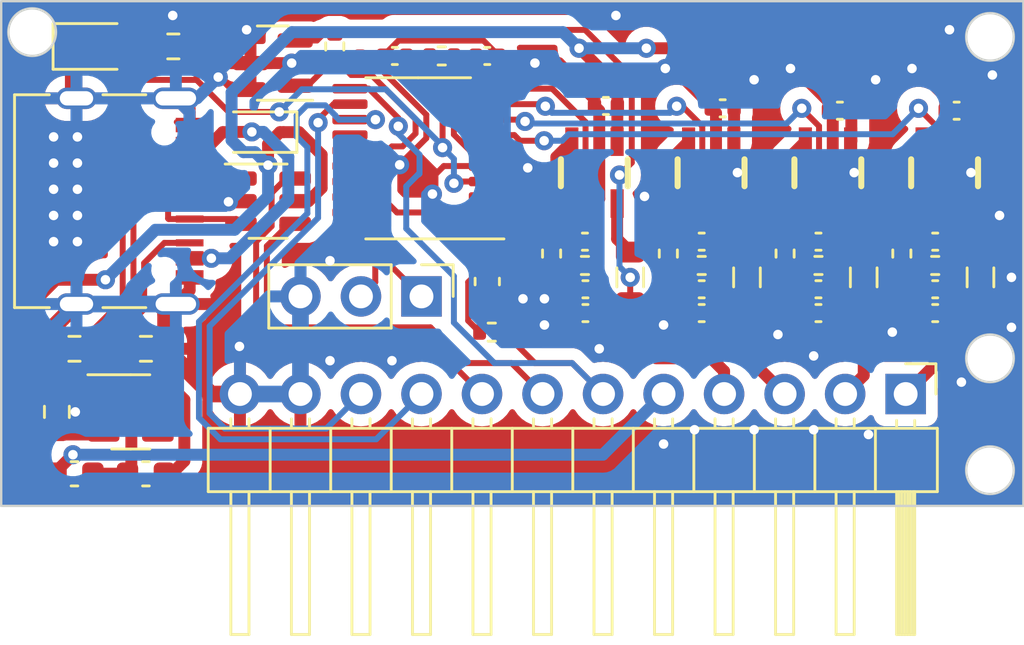
<source format=kicad_pcb>
(kicad_pcb (version 20221018) (generator pcbnew)
  (layers (0 "F.Cu" signal) (31 "B.Cu" signal) (34 "B.Paste" user) (35 "F.Paste" user) (36 "B.SilkS" user "B.Silkscreen") (37 "F.SilkS" user "F.Silkscreen") (38 "B.Mask" user) (39 "F.Mask" user) (44 "Edge.Cuts" user))
  (net 0 "")
  (net 1 "+5V")
  (net 2 "GND")
  (net 3 "+1V1")
  (net 4 "Net-(U1-FB)")
  (net 5 "+3V3")
  (net 6 "Net-(U2-FB)")
  (net 7 "+1V8")
  (net 8 "+1.5V")
  (net 9 "Net-(U4-FB)")
  (net 10 "VCC")
  (net 11 "Net-(D1-A)")
  (net 12 "Net-(D2-A)")
  (net 13 "SYS_EN")
  (net 14 "USB_DP")
  (net 15 "USB_DM")
  (net 16 "PWRONRSTn")
  (net 17 "WARMRSTn")
  (net 18 "Net-(U1-LX)")
  (net 19 "Net-(U2-LX)")
  (net 20 "Net-(U4-LX)")
  (net 21 "Net-(J1-CC1)")
  (net 22 "Net-(J1-CC2)")
  (net 23 "Net-(U6-CE)")
  (net 24 "MCP130")
  (net 25 "1V1_EN")
  (net 26 "3V3_EN")
  (net 27 "1V8_EN")
  (net 28 "1V5_EN")
  (net 29 "/USB_RAW_DM")
  (net 30 "/USB_RAW_DP")
  (net 32 "SWDIO")
  (net 33 "SWCLK")
  (net 36 "Net-(U5-FB)")
  (net 37 "Net-(U8-NRST)")
  (net 38 "Net-(U5-LX)")
  (footprint "Resistor_SMD:R_0603_1608Metric" (layer "F.Cu") (at 145.775 138.3 180)
    (fp_text reference "R2" hide)
    (fp_text value "5.1k" hide)
  )
  (footprint "Capacitor_SMD:C_0402_1005Metric" (layer "F.Cu") (at 167.22 135.8 180)
    (fp_text reference "C16" hide)
    (fp_text value "22uF" hide)
  )
  (footprint "Capacitor_SMD:C_0402_1005Metric" (layer "F.Cu") (at 177 136.8 180)
    (fp_text reference "C17" hide)
    (fp_text value "22uF" hide)
  )
  (footprint "Capacitor_SMD:C_0402_1005Metric" (layer "F.Cu") (at 172.98 128.2 180)
    (fp_text reference "C3" hide)
    (fp_text value "22uF" hide)
  )
  (footprint "Capacitor_SMD:C_0402_1005Metric" (layer "F.Cu") (at 181.9 135.8 180)
    (fp_text reference "C6" hide)
    (fp_text value "22uF" hide)
  )
  (footprint "Capacitor_SMD:C_0402_1005Metric" (layer "F.Cu") (at 181.9 136.8 180)
    (fp_text reference "C8" hide)
    (fp_text value "22uF" hide)
  )
  (footprint "Resistor_SMD:R_0402_1005Metric" (layer "F.Cu") (at 175.6 134.3 90)
    (fp_text reference "R11" hide)
    (fp_text value "3.3k" hide)
  )
  (footprint "Capacitor_SMD:C_0603_1608Metric" (layer "F.Cu") (at 163.1 135.475 90)
    (fp_text reference "C22" hide)
    (fp_text value "4.7uF" hide)
  )
  (footprint "Capacitor_SMD:C_0402_1005Metric" (layer "F.Cu") (at 177 133.8 180)
    (fp_text reference "C12" hide)
    (fp_text value "22pF" hide)
  )
  (footprint "Capacitor_SMD:C_0402_1005Metric" (layer "F.Cu") (at 168.08 128.1 180)
    (fp_text reference "C11" hide)
    (fp_text value "22uF" hide)
  )
  (footprint "Capacitor_SMD:C_0402_1005Metric" (layer "F.Cu") (at 182.8 128.3 180)
    (fp_text reference "C2" hide)
    (fp_text value "22uF" hide)
  )
  (footprint "Inductor_SMD:L_0805_2012Metric" (layer "F.Cu") (at 183.8 135.3 -90)
    (fp_text reference "L1" hide)
    (fp_text value "2.2uH" hide)
  )
  (footprint "Capacitor_SMD:C_0402_1005Metric" (layer "F.Cu") (at 177 135.8 180)
    (fp_text reference "C15" hide)
    (fp_text value "22uF" hide)
  )
  (footprint "Inductor_SMD:L_0805_2012Metric" (layer "F.Cu") (at 169.1 135.3 -90)
    (fp_text reference "L4" hide)
    (fp_text value "2.2uH" hide)
  )
  (footprint "OLIMEX_IC-FP:SOT-23-5" (layer "F.Cu") (at 182.3 130.9 -90)
    (fp_text reference "U1" hide)
    (fp_text value "SY8009AAAC(SOT23-5)" hide)
  )
  (footprint "Resistor_SMD:R_0402_1005Metric" (layer "F.Cu") (at 172.1 134.8 180)
    (fp_text reference "R6" hide)
    (fp_text value "2k" hide)
  )
  (footprint "Resistor_SMD:R_0402_1005Metric" (layer "F.Cu") (at 161.19 126 180)
    (fp_text reference "R16" hide)
    (fp_text value "10k" hide)
  )
  (footprint "Capacitor_SMD:C_0402_1005Metric" (layer "F.Cu") (at 167.2 133.8 180)
    (fp_text reference "C13" hide)
    (fp_text value "22pF" hide)
  )
  (footprint "Resistor_SMD:R_0603_1608Metric" (layer "F.Cu") (at 145.0375 140.95 90)
    (fp_text reference "R14" hide)
    (fp_text value "100k" hide)
  )
  (footprint "Resistor_SMD:R_0603_1608Metric" (layer "F.Cu") (at 149.925 125.6)
    (fp_text reference "R15" hide)
    (fp_text value "1k" hide)
  )
  (footprint "Resistor_SMD:R_0402_1005Metric" (layer "F.Cu") (at 177 134.8 180)
    (fp_text reference "R10" hide)
    (fp_text value "4.99k" hide)
  )
  (footprint "Connector_PinHeader_2.54mm:PinHeader_1x03_P2.54mm_Vertical" (layer "F.Cu") (at 160.34 136.1 -90)
    (fp_text reference "J3" hide)
    (fp_text value "SWD" hide)
  )
  (footprint "Inductor_SMD:L_0805_2012Metric" (layer "F.Cu") (at 178.9 135.3 -90)
    (fp_text reference "L3" hide)
    (fp_text value "2.2uH" hide)
  )
  (footprint "Resistor_SMD:R_0402_1005Metric" (layer "F.Cu") (at 180.5 134.3 90)
    (fp_text reference "R5" hide)
    (fp_text value "1.2k" hide)
  )
  (footprint "Resistor_SMD:R_0402_1005Metric" (layer "F.Cu") (at 181.9 134.8 180)
    (fp_text reference "R4" hide)
    (fp_text value "1k" hide)
  )
  (footprint "Capacitor_SMD:C_0402_1005Metric" (layer "F.Cu") (at 172.1 135.8 180)
    (fp_text reference "C9" hide)
    (fp_text value "22uF" hide)
  )
  (footprint "Resistor_SMD:R_0402_1005Metric" (layer "F.Cu") (at 167.2 134.8 180)
    (fp_text reference "R12" hide)
    (fp_text value "4.99k" hide)
  )
  (footprint "OLIMEX_IC-FP:SOT-23-5" (layer "F.Cu") (at 172.5 130.9 -90)
    (fp_text reference "U2" hide)
    (fp_text value "SY8009AAAC(SOT23-5)" hide)
  )
  (footprint "Capacitor_SMD:C_0402_1005Metric" (layer "F.Cu") (at 167.22 136.8 180)
    (fp_text reference "C18" hide)
    (fp_text value "22uF" hide)
  )
  (footprint "Resistor_SMD:R_0402_1005Metric" (layer "F.Cu") (at 156.7 125.6 90)
    (fp_text reference "R17" hide)
    (fp_text value "10k" hide)
  )
  (footprint "Resistor_SMD:R_0402_1005Metric" (layer "F.Cu") (at 163.29 137.6 180)
    (fp_text reference "R18" hide)
    (fp_text value "10k" hide)
  )
  (footprint "Capacitor_SMD:C_0603_1608Metric" (layer "F.Cu") (at 148.775 143.55 180)
    (fp_text reference "C19" hide)
    (fp_text value "10uF" hide)
  )
  (footprint "Connector_USB:USB_C_Receptacle_Palconn_UTC16-G" (layer "F.Cu") (at 148.1 132.1 -90)
    (fp_text reference "J1" hide)
    (fp_text value "USB_C_Receptacle_USB2.0" hide)
  )
  (footprint "Package_TO_SOT_SMD:SOT-23" (layer "F.Cu") (at 154.1 126.3 180)
    (fp_text reference "U7" hide)
    (fp_text value "MCP130-300LITT" hide)
  )
  (footprint "Capacitor_SMD:C_0402_1005Metric" (layer "F.Cu") (at 177.9 128.3 180)
    (fp_text reference "C10" hide)
    (fp_text value "22uF" hide)
  )
  (footprint "Diode_SMD:D_SOD-323" (layer "F.Cu") (at 153.5 129.2 180)
    (fp_text reference "D1" hide)
    (fp_text value "1N5819WS" hide)
  )
  (footprint "Capacitor_SMD:C_0402_1005Metric" (layer "F.Cu") (at 172.1 133.8 180)
    (fp_text reference "C5" hide)
    (fp_text value "22pF" hide)
  )
  (footprint "Package_SO:TSSOP-20_4.4x6.5mm_P0.65mm" (layer "F.Cu") (at 160.2 130.3 180)
    (fp_text reference "U8" hide)
    (fp_text value "STM32G030F6Px" hide)
  )
  (footprint "Connector_PinHeader_2.54mm:PinHeader_1x12_P2.54mm_Horizontal" (layer "F.Cu") (at 180.66 140.2 -90)
    (fp_text reference "J2" hide)
    (fp_text value "MPU" hide)
  )
  (footprint "Resistor_SMD:R_0402_1005Metric" (layer "F.Cu") (at 165.8 134.3 90)
    (fp_text reference "R13" hide)
    (fp_text value "1.1k" hide)
  )
  (footprint "Capacitor_SMD:C_0603_1608Metric" (layer "F.Cu") (at 145.775 143.55)
    (fp_text reference "C14" hide)
    (fp_text value "10uF" hide)
  )
  (footprint "Inductor_SMD:L_0805_2012Metric" (layer "F.Cu") (at 174 135.3 -90)
    (fp_text reference "L2" hide)
    (fp_text value "2.2uH" hide)
  )
  (footprint "Capacitor_SMD:C_0402_1005Metric" (layer "F.Cu") (at 159.22 126 180)
    (fp_text reference "C21" hide)
    (fp_text value "100nF" hide)
  )
  (footprint "Package_TO_SOT_SMD:SOT-23-5" (layer "F.Cu") (at 148.1375 140.95)
    (fp_text reference "U6" hide)
    (fp_text value "XC6220B331MR" hide)
  )
  (footprint "Capacitor_SMD:C_0402_1005Metric" (layer "F.Cu") (at 163.1 126)
    (fp_text reference "C20" hide)
    (fp_text value "100nF" hide)
  )
  (footprint "Capacitor_SMD:C_0402_1005Metric" (layer "F.Cu") (at 172.1 136.8 180)
    (fp_text reference "C7" hide)
    (fp_text value "22uF" hide)
  )
  (footprint "Resistor_SMD:R_0603_1608Metric" (layer "F.Cu") (at 148.775 138.3)
    (fp_text reference "R3" hide)
    (fp_text value "5.1k" hide)
  )
  (footprint "Package_TO_SOT_SMD:SOT-23-6" (layer "F.Cu") (at 153.9 132.1)
    (fp_text reference "U3" hide)
    (fp_text value "USBLC6-2SC6" hide)
  )
  (footprint "OLIMEX_IC-FP:SOT-23-5" (layer "F.Cu") (at 167.6 130.9 -90)
    (fp_text reference "U5" hide)
    (fp_text value "SY8009AAAC(SOT23-5)" hide)
  )
  (footprint "Resistor_SMD:R_0402_1005Metric" (layer "F.Cu") (at 170.7 134.3 90)
    (fp_text reference "R7" hide)
    (fp_text value "1k" hide)
  )
  (footprint "OLIMEX_IC-FP:SOT-23-5" (layer "F.Cu") (at 177.4 130.9 -90)
    (fp_text reference "U4" hide)
    (fp_text value "SY8009AAAC(SOT23-5)" hide)
  )
  (footprint "Capacitor_SMD:C_0402_1005Metric" (layer "F.Cu") (at 181.9 133.8 180)
    (fp_text reference "C4" hide)
    (fp_text value "22pF" hide)
  )
  (footprint "LED_SMD:LED_0805_2012Metric" (layer "F.Cu") (at 146.5625 125.6)
    (fp_text reference "D2" hide)
    (fp_text value "LED/G" hide)
  )
  (gr_circle (center 184.2 125.2) (end 185.2 125.2) (stroke (width 0.1)) (fill none) (layer "Edge.Cuts"))
  (gr_circle (center 184.2 138.7) (end 185.2 138.7) (stroke (width 0.1)) (fill none) (layer "Edge.Cuts"))
  (gr_circle (center 144 125) (end 145 125) (stroke (width 0.1)) (fill none) (layer "Edge.Cuts"))
  (gr_rect (start 142.7 123.7) (end 185.6 144.9) (stroke (width 0.1)) (fill none) (layer "Edge.Cuts"))
  (gr_circle (center 184.2 143.4) (end 185.2 143.4) (stroke (width 0.1)) (fill none) (layer "Edge.Cuts"))
  (segment (start 183.28 129.57) (end 183.25 129.6) (width 0.5) (layer "F.Cu") (net 1))
  (segment (start 144.1 136.3) (end 144.1 139.1875) (width 0.5) (layer "F.Cu") (net 1))
  (segment (start 144.1125 141.05) (end 144.1125 142.6625) (width 0.5) (layer "F.Cu") (net 1))
  (segment (start 144.1 139.1875) (end 145.0375 140.125) (width 0.5) (layer "F.Cu") (net 1))
  (segment (start 178.38 128.3) (end 178.38 129.57) (width 0.5) (layer "F.Cu") (net 1))
  (segment (start 147.0755 135.4) (end 145 135.4) (width 0.5) (layer "F.Cu") (net 1))
  (segment (start 145.1625 140) (end 145.0375 140.125) (width 0.5) (layer "F.Cu") (net 1))
  (segment (start 181.277049 125.677049) (end 183.28 127.68) (width 0.5) (layer "F.Cu") (net 1))
  (segment (start 155.2 129.2) (end 156.15 130.15) (width 0.5) (layer "F.Cu") (net 1))
  (segment (start 173.46 128.015614) (end 173.46 128.2) (width 0.5) (layer "F.Cu") (net 1))
  (segment (start 155.598528 132.1) (end 155.0375 132.1) (width 0.5) (layer "F.Cu") (net 1))
  (segment (start 166.952451 125.677049) (end 166.977049 125.677049) (width 0.5) (layer "F.Cu") (net 1))
  (segment (start 169.777049 125.677049) (end 171.121435 125.677049) (width 0.5) (layer "F.Cu") (net 1))
  (segment (start 176.177049 125.677049) (end 181.277049 125.677049) (width 0.5) (layer "F.Cu") (net 1))
  (segment (start 144.1125 142.6625) (end 145 143.55) (width 0.5) (layer "F.Cu") (net 1))
  (segment (start 154.4 129.2) (end 154.55 129.2) (width 0.5) (layer "F.Cu") (net 1))
  (segment (start 156.15 130.15) (end 156.15 131.548528) (width 0.5) (layer "F.Cu") (net 1))
  (segment (start 153.900268 129.699732) (end 154.4 129.2) (width 0.5) (layer "F.Cu") (net 1))
  (segment (start 173.46 129.59) (end 173.45 129.6) (width 0.5) (layer "F.Cu") (net 1))
  (segment (start 168.56 128.1) (end 168.56 129.59) (width 0.5) (layer "F.Cu") (net 1))
  (segment (start 183.28 127.68) (end 183.28 128.3) (width 0.5) (layer "F.Cu") (net 1))
  (segment (start 176.177049 125.677049) (end 178.38 127.88) (width 0.5) (layer "F.Cu") (net 1))
  (segment (start 178.38 127.88) (end 178.38 128.3) (width 0.5) (layer "F.Cu") (net 1))
  (segment (start 156.15 131.548528) (end 155.598528 132.1) (width 0.5) (layer "F.Cu") (net 1))
  (segment (start 168.56 127.26) (end 168.56 128.1) (width 0.5) (layer "F.Cu") (net 1))
  (segment (start 173.46 128.2) (end 173.46 129.59) (width 0.5) (layer "F.Cu") (net 1))
  (segment (start 153.900268 130.586732) (end 153.900268 129.699732) (width 0.5) (layer "F.Cu") (net 1))
  (segment (start 168.56 129.59) (end 168.55 129.6) (width 0.5) (layer "F.Cu") (net 1))
  (segment (start 183.28 128.3) (end 183.28 129.57) (width 0.5) (layer "F.Cu") (net 1))
  (segment (start 145 143.46066) (end 145.711546 142.749114) (width 0.5) (layer "F.Cu") (net 1))
  (segment (start 166.977049 125.677049) (end 168.56 127.26) (width 0.5) (layer "F.Cu") (net 1))
  (segment (start 147 140) (end 145.1625 140) (width 0.5) (layer "F.Cu") (net 1))
  (segment (start 178.38 129.57) (end 178.35 129.6) (width 0.5) (layer "F.Cu") (net 1))
  (segment (start 145.0375 140.125) (end 144.1125 141.05) (width 0.5) (layer "F.Cu") (net 1))
  (segment (start 171.444386 126) (end 173.46 128.015614) (width 0.5) (layer "F.Cu") (net 1))
  (segment (start 171.121435 125.677049) (end 176.177049 125.677049) (width 0.5) (layer "F.Cu") (net 1))
  (segment (start 145 143.55) (end 145 143.46066) (width 0.5) (layer "F.Cu") (net 1))
  (segment (start 154.55 129.2) (end 155.2 129.2) (width 0.5) (layer "F.Cu") (net 1))
  (segment (start 171.121435 125.677049) (end 171.444386 126) (width 0.5) (layer "F.Cu") (net 1))
  (segment (start 145 135.4) (end 144.1 136.3) (width 0.5) (layer "F.Cu") (net 1))
  (via (at 153.900268 130.586732) (size 0.8) (drill 0.4) (layers "F.Cu" "B.Cu") (net 1))
  (via (at 145.711546 142.749114) (size 0.8) (drill 0.4) (layers "F.Cu" "B.Cu") (net 1))
  (via (at 147.0755 135.4) (size 0.8) (drill 0.4) (layers "F.Cu" "B.Cu") (net 1))
  (via (at 169.777049 125.677049) (size 0.8) (drill 0.4) (layers "F.Cu" "B.Cu") (net 1))
  (via (at 166.952451 125.677049) (size 0.8) (drill 0.4) (layers "F.Cu" "B.Cu") (net 1))
  (segment (start 154.9 125) (end 152.370285 127.529715) (width 0.5) (layer "B.Cu") (net 1))
  (segment (start 149.1755 133.3) (end 152.5 133.3) (width 0.5) (layer "B.Cu") (net 1))
  (segment (start 152.370285 127.529715) (end 152.370285 129.542624) (width 0.5) (layer "B.Cu") (net 1))
  (segment (start 169.777049 125.677049) (end 166.952451 125.677049) (width 0.5) (layer "B.Cu") (net 1))
  (segment (start 152.5 133.3) (end 153.900268 131.899732) (width 0.5) (layer "B.Cu") (net 1))
  (segment (start 166.952451 125.677049) (end 166.275402 125) (width 0.5) (layer "B.Cu") (net 1))
  (segment (start 167.950886 142.749114) (end 170.5 140.2) (width 0.5) (layer "B.Cu") (net 1))
  (segment (start 147.0755 135.4) (end 149.1755 133.3) (width 0.5) (layer "B.Cu") (net 1))
  (segment (start 166.275402 125) (end 154.9 125) (width 0.5) (layer "B.Cu") (net 1))
  (segment (start 152.868203 130.040542) (end 153.354078 130.040542) (width 0.5) (layer "B.Cu") (net 1))
  (segment (start 153.900268 131.899732) (end 153.900268 130.586732) (width 0.5) (layer "B.Cu") (net 1))
  (segment (start 145.711546 142.749114) (end 167.950886 142.749114) (width 0.5) (layer "B.Cu") (net 1))
  (segment (start 153.354078 130.040542) (end 153.900268 130.586732) (width 0.5) (layer "B.Cu") (net 1))
  (segment (start 152.370285 129.542624) (end 152.868203 130.040542) (width 0.5) (layer "B.Cu") (net 1))
  (segment (start 169.7 131.9) (end 169.8 131.8) (width 0.5) (layer "F.Cu") (net 2))
  (segment (start 161.275 130.625) (end 160.8 131.1) (width 0.25) (layer "F.Cu") (net 2))
  (segment (start 152 126.3) (end 154.891442 126.3) (width 0.5) (layer "F.Cu") (net 2))
  (segment (start 176.037942 126.527892) (end 177.42 127.90995) (width 0.5) (layer "F.Cu") (net 2))
  (segment (start 174.6 132.86995) (end 174.6 127.754408) (width 0.5) (layer "F.Cu") (net 2))
  (segment (start 169.8 132) (end 169.7 131.9) (width 0.5) (layer "F.Cu") (net 2))
  (segment (start 165 134.3) (end 164.6 134.7) (width 0.25) (layer "F.Cu") (net 2))
  (segment (start 163.0625 130.625) (end 164.725 130.625) (width 0.25) (layer "F.Cu") (net 2))
  (segment (start 180.926516 126.527892) (end 181.137942 126.527892) (width 0.5) (layer "F.Cu") (net 2))
  (segment (start 175.3 137.1) (end 175.6 136.8) (width 0.5) (layer "F.Cu") (net 2))
  (segment (start 152.265 132.1) (end 152.2395 132.1255) (width 0.5) (layer "F.Cu") (net 2))
  (segment (start 177.6 128.48) (end 177.6 132) (width 0.5) (layer "F.Cu") (net 2))
  (segment (start 182.32 128.3) (end 182.5 128.48) (width 0.5) (layer "F.Cu") (net 2))
  (segment (start 166.1 126.3) (end 167.6 127.8) (width 0.5) (layer "F.Cu") (net 2))
  (segment (start 165.1 132.89) (end 165 132.99) (width 0.25) (layer "F.Cu") (net 2))
  (segment (start 145.625 125.6) (end 145.625 127.545) (width 0.5) (layer "F.Cu") (net 2))
  (segment (start 165 133.6) (end 165.19 133.79) (width 0.3) (layer "F.Cu") (net 2))
  (segment (start 162.942609 125.355) (end 159.377391 125.355) (width 0.25) (layer "F.Cu") (net 2))
  (segment (start 182.5 132) (end 182.3 132.2) (width 0.5) (layer "F.Cu") (net 2))
  (segment (start 171.62 135.8) (end 171.62 136.8) (width 0.5) (layer "F.Cu") (net 2))
  (segment (start 148 143.55) (end 146.55 143.55) (width 0.5) (layer "F.Cu") (net 2))
  (segment (start 151.809619 126.490381) (end 152 126.3) (width 0.5) (layer "F.Cu") (net 2))
  (segment (start 148.1625 143.3875) (end 148 143.55) (width 0.5) (layer "F.Cu") (net 2))
  (segment (start 148.1625 141.501472) (end 148.1625 143.3875) (width 0.5) (layer "F.Cu") (net 2))
  (segment (start 170.928631 126.526549) (end 172.5 128.097918) (width 0.5) (layer "F.Cu") (net 2))
  (segment (start 166.74 135.8) (end 166.74 136.8) (width 0.5) (layer "F.Cu") (net 2))
  (segment (start 182.5 128.48) (end 182.5 132) (width 0.5) (layer "F.Cu") (net 2))
  (segment (start 165.1 126.3) (end 166.1 126.3) (width 0.5) (layer "F.Cu") (net 2))
  (segment (start 180.1 137.3) (end 180.6 136.8) (width 0.5) (layer "F.Cu") (net 2))
  (segment (start 176.52 135.8) (end 176.52 136.8) (width 0.5) (layer "F.Cu") (net 2))
  (segment (start 165.75 136.8) (end 166.74 136.8) (width 0.5) (layer "F.Cu") (net 2))
  (segment (start 145.625 127.545) (end 145.86 127.78) (width 0.5) (layer "F.Cu") (net 2))
  (segment (start 163.58 126) (end 163.58 125.992391) (width 0.25) (layer "F.Cu") (net 2))
  (segment (start 144.95 138.3) (end 144.95 137.33) (width 0.7) (layer "F.Cu") (net 2))
  (segment (start 150.61 128.36) (end 150.03 127.78) (width 0.5) (layer "F.Cu") (net 2))
  (segment (start 175.6 136.8) (end 176.52 136.8) (width 0.5) (layer "F.Cu") (net 2))
  (segment (start 175.52005 133.79) (end 174.6 132.86995) (width 0.5) (layer "F.Cu") (net 2))
  (segment (start 177.42 128.3) (end 177.6 128.48) (width 0.5) (layer "F.Cu") (net 2))
  (segment (start 170.7 133.79) (end 169.8 132.89) (width 0.5) (layer "F.Cu") (net 2))
  (segment (start 160.8 131.1) (end 160.8 131.8) (width 0.25) (layer "F.Cu") (net 2))
  (segment (start 150.61 135.84) (end 150.03 136.42) (width 0.5) (layer "F.Cu") (net 2))
  (segment (start 180.6 136.8) (end 181.42 136.8) (width 0.5) (layer "F.Cu") (net 2))
  (segment (start 172.7 132) (end 172.5 132.2) (width 0.5) (layer "F.Cu") (net 2))
  (segment (start 149.6 138.3) (end 151.5 140.2) (width 0.7) (layer "F.Cu") (net 2))
  (segment (start 165.1 131) (end 165.1 132.89) (width 0.25) (layer "F.Cu") (net 2))
  (segment (start 151.5 140.2) (end 152.72 140.2) (width 0.7) (layer "F.Cu") (net 2))
  (segment (start 158.74 125.992391) (end 158.74 126) (width 0.25) (layer "F.Cu") (net 2))
  (segment (start 165.19 133.79) (end 165.8 133.79) (width 0.3) (layer "F.Cu") (net 2))
  (segment (start 167.6 127.8) (end 167.6 128.1) (width 0.5) (layer "F.Cu") (net 2))
  (segment (start 172.5 128.2) (end 172.7 128.4) (width 0.5) (layer "F.Cu") (net 2))
  (segment (start 159.377391 125.355) (end 158.74 125.992391) (width 0.25) (layer "F.Cu") (net 2))
  (segment (start 149.6 138.3) (end 149.6 136.85) (width 0.7) (layer "F.Cu") (net 2))
  (segment (start 163.0625 130.625) (end 161.275 130.625) (width 0.25) (layer "F.Cu") (net 2))
  (segment (start 182.32 127.70995) (end 182.32 128.3) (width 0.5) (layer "F.Cu") (net 2))
  (segment (start 150.61 135.3) (end 150.61 135.84) (width 0.5) (layer "F.Cu") (net 2))
  (segment (start 164.4 136.25) (end 163.1 136.25) (width 0.25) (layer "F.Cu") (net 2))
  (segment (start 170.273451 126.526549) (end 170.573824 126.526549) (width 0.5) (layer "F.Cu") (net 2))
  (segment (start 174.6 127.754408) (end 175.826516 126.527892) (width 0.5) (layer "F.Cu") (net 2))
  (segment (start 170.5 137.3) (end 171 136.8) (width 0.5) (layer "F.Cu") (net 2))
  (segment (start 181.137942 126.527892) (end 182.32 127.70995) (width 0.5) (layer "F.Cu") (net 2))
  (segment (start 171 136.8) (end 171.62 136.8) (width 0.5) (layer "F.Cu") (net 2))
  (segment (start 164.8 130.7) (end 165 130.9) (width 0.3) (layer "F.Cu") (net 2))
  (segment (start 160.8 131.8) (end 160.8 130.9) (width 0.5) (layer "F.Cu") (net 2))
  (segment (start 179.7 132.99) (end 179.7 127.754408) (width 0.5) (layer "F.Cu") (net 2))
  (segment (start 150.61 128.9) (end 150.61 128.36) (width 0.5) (layer "F.Cu") (net 2))
  (segment (start 145.811039 140.95) (end 145.810901 140.950138) (width 0.5) (layer "F.Cu") (net 2))
  (segment (start 169.8 127) (end 170.273451 126.526549) (width 0.5) (layer "F.Cu") (net 2))
  (segment (start 160.541202 129.455484) (end 160.541202 128.46841) (width 0.25) (layer "F.Cu") (net 2))
  (segment (start 165 130.9) (end 165 132.99) (width 0.3) (layer "F.Cu") (net 2))
  (segment (start 177.6 132) (end 177.4 132.2) (width 0.5) (layer "F.Cu") (net 2))
  (segment (start 169.8 132.89) (end 169.8 132) (width 0.5) (layer "F.Cu") (net 2))
  (segment (start 163.58 125.992391) (end 162.942609 125.355) (width 0.25) (layer "F.Cu") (net 2))
  (segment (start 180.5 133.79) (end 179.7 132.99) (width 0.5) (layer "F.Cu") (net 2))
  (segment (start 165 132.99) (end 165 133.6) (width 0.3) (layer "F.Cu") (net 2))
  (segment (start 158.74 126.667208) (end 158.74 126) (width 0.25) (layer "F.Cu") (net 2))
  (segment (start 165 132.99) (end 165 134.3) (width 0.25) (layer "F.Cu") (net 2))
  (segment (start 160.8 130.9) (end 160.029542 130.129542) (width 0.5) (layer "F.Cu") (net 2))
  (segment (start 159.4245 130.572186) (end 160.541202 129.455484) (width 0.25) (layer "F.Cu") (net 2))
  (segment (start 165.5 136.2) (end 165.5 136.55) (width 0.5) (layer "F.Cu") (net 2))
  (segment (start 180.1 137.6) (end 180.1 137.3) (width 0.5) (layer "F.Cu") (net 2))
  (segment (start 181.42 135.8) (end 181.42 136.8) (width 0.5) (layer "F.Cu") (net 2))
  (segment (start 164.6 134.7) (end 164.6 136.2) (width 0.25) (layer "F.Cu") (net 2))
  (segment (start 167.8 132) (end 167.6 132.2) (width 0.5) (layer "F.Cu") (net 2))
  (segment (start 177.42 127.90995) (end 177.42 128.3) (width 0.5) (layer "F.Cu") (net 2))
  (segment (start 152.7625 132.1) (end 152.265 132.1) (width 0.5) (layer "F.Cu") (net 2))
  (segment (start 175.3 137.7) (end 175.3 137.1) (width 0.5) (layer "F.Cu") (net 2))
  (segment (start 164.6 136.2) (end 164.4 136.25) (width 0.25) (layer "F.Cu") (net 2))
  (segment (start 165.5 136.55) (end 165.75 136.8) (width 0.5) (layer "F.Cu") (net 2))
  (segment (start 170.573824 126.526549) (end 170.928631 126.526549) (width 0.5) (layer "F.Cu") (net 2))
  (segment (start 172.5 128.097918) (end 172.5 128.2) (width 0.5) (layer "F.Cu") (net 2))
  (segment (start 179.7 127.754408) (end 180.926516 126.527892) (width 0.5) (layer "F.Cu") (net 2))
  (segment (start 147 140.95) (end 145.811039 140.95) (width 0.5) (layer "F.Cu") (net 2))
  (segment (start 160.541202 128.46841) (end 158.74 126.667208) (width 0.25) (layer "F.Cu") (net 2))
  (segment (start 175.826516 126.527892) (end 176.037942 126.527892) (width 0.5) (layer "F.Cu") (net 2))
  (segment (start 169.8 131.8) (end 169.8 127) (width 0.5) (layer "F.Cu") (net 2))
  (segment (start 147.611028 140.95) (end 148.1625 141.501472) (width 0.5) (layer "F.Cu") (net 2))
  (segment (start 175.6 133.79) (end 175.52005 133.79) (width 0.5) (layer "F.Cu") (net 2))
  (segment (start 167.8 128.3) (end 167.8 132) (width 0.5) (layer "F.Cu") (net 2))
  (segment (start 159.586898 130.572186) (end 159.4245 130.572186) (width 0.5) (layer "F.Cu") (net 2))
  (segment (start 160.029542 130.129542) (end 159.586898 130.572186) (width 0.5) (layer "F.Cu") (net 2))
  (segment (start 164.725 130.625) (end 165.1 131) (width 0.25) (layer "F.Cu") (net 2))
  (segment (start 151.809619 126.889005) (end 151.809619 126.490381) (width 0.5) (layer "F.Cu") (net 2))
  (segment (start 149.6 136.85) (end 150.03 136.42) (width 0.7) (layer "F.Cu") (net 2))
  (segment (start 147 140.95) (end 147.611028 140.95) (width 0.5) (layer "F.Cu") (net 2))
  (segment (start 172.7 128.4) (end 172.7 132) (width 0.5) (layer "F.Cu") (net 2))
  (segment (start 144.95 137.33) (end 145.86 136.42) (width 0.7) (layer "F.Cu") (net 2))
  (segment (start 167.6 128.1) (end 167.8 128.3) (width 0.5) (layer "F.Cu") (net 2))
  (via (at 185.1 135.3) (size 0.8) (drill 0.4) (layers "F.Cu" "B.Cu") (net 2))
  (via (at 145.9 131.6) (size 0.8) (drill 0.4) (layers "F.Cu" "B.Cu") (net 2))
  (via (at 184.3 126.8) (size 0.8) (drill 0.4) (layers "F.Cu" "B.Cu") (net 2))
  (via (at 170.5 142.3) (size 0.8) (drill 0.4) (layers "F.Cu" "B.Cu") (net 2))
  (via (at 144.9 130.5) (size 0.8) (drill 0.4) (layers "F.Cu" "B.Cu") (net 2))
  (via (at 151.809619 126.889005) (size 0.8) (drill 0.4) (layers "F.Cu" "B.Cu") (net 2))
  (via (at 176.8 138.6) (size 0.8) (drill 0.4) (layers "F.Cu" "B.Cu") (net 2))
  (via (at 169.7 131.9) (size 0.8) (drill 0.4) (layers "F.Cu" "B.Cu") (net 2))
  (via (at 145.9 133.8) (size 0.8) (drill 0.4) (layers "F.Cu" "B.Cu") (net 2))
  (via (at 170.5 137.3) (size 0.8) (drill 0.4) (layers "F.Cu" "B.Cu") (net 2))
  (via (at 145.9 130.5) (size 0.8) (drill 0.4) (layers "F.Cu" "B.Cu") (net 2))
  (via (at 179.1 141.9) (size 0.8) (drill 0.4) (layers "F.Cu" "B.Cu") (net 2))
  (via (at 145.9 129.4) (size 0.8) (drill 0.4) (layers "F.Cu" "B.Cu") (net 2))
  (via (at 180.926516 126.527892) (size 0.8) (drill 0.4) (layers "F.Cu" "B.Cu") (net 2))
  (via (at 178.5 130.9) (size 0.8) (drill 0.4) (layers "F.Cu" "B.Cu") (net 2))
  (via (at 183 139.7) (size 0.8) (drill 0.4) (layers "F.Cu" "B.Cu") (net 2))
  (via (at 176.8 141.7) (size 0.8) (drill 0.4) (layers "F.Cu" "B.Cu") (net 2))
  (via (at 174.3 141.7) (size 0.8) (drill 0.4) (layers "F.Cu" "B.Cu") (net 2))
  (via (at 184.6 132.7) (size 0.8) (drill 0.4) (layers "F.Cu" "B.Cu") (net 2))
  (via (at 152.7 138.2) (size 0.8) (drill 0.4) (layers "F.Cu" "B.Cu") (net 2))
  (via (at 175.3 137.7) (size 0.8) (drill 0.4) (layers "F.Cu" "B.Cu") (net 2))
  (via (at 179.4 127) (size 0.8) (drill 0.4) (layers "F.Cu" "B.Cu") (net 2))
  (via (at 167.8 138.3) (size 0.8) (drill 0.4) (layers "F.Cu" "B.Cu") (net 2))
  (via (at 183.4 130.9) (size 0.8) (drill 0.4) (layers "F.Cu" "B.Cu") (net 2))
  (via (at 173.6 130.9) (size 0.8) (drill 0.4) (layers "F.Cu" "B.Cu") (net 2))
  (via (at 165.1 126.3) (size 0.8) (drill 0.4) (layers "F.Cu" "B.Cu") (net 2))
  (via (at 149.9 124.3) (size 0.8) (drill 0.4) (layers "F.Cu" "B.Cu") (net 2))
  (via (at 159.4245 130.572186) (size 0.8) (drill 0.4) (layers "F.Cu" "B.Cu") (net 2))
  (via (at 180.1 137.6) (size 0.8) (drill 0.4) (layers "F.Cu" "B.Cu") (net 2))
  (via (at 156.5 138.8) (size 0.8) (drill 0.4) (layers "F.Cu" "B.Cu") (net 2))
  (via (at 182.5 124.9) (size 0.8) (drill 0.4) (layers "F.Cu" "B.Cu") (net 2))
  (via (at 153 124.9) (size 0.8) (drill 0.4) (layers "F.Cu" "B.Cu") (net 2))
  (via (at 144.9 131.6) (size 0.8) (drill 0.4) (layers "F.Cu" "B.Cu") (net 2))
  (via (at 185.1 137.4) (size 0.8) (drill 0.4) (layers "F.Cu" "B.Cu") (net 2))
  (via (at 145.810901 140.950138) (size 0.8) (drill 0.4) (layers "F.Cu" "B.Cu") (net 2))
  (via (at 145.9 132.7) (size 0.8) (drill 0.4) (layers "F.Cu" "B.Cu") (net 2))
  (via (at 152.2395 132.1255) (size 0.8) (drill 0.4) (layers "F.Cu" "B.Cu") (net 2))
  (via (at 144.9 133.8) (size 0.8) (drill 0.4) (layers "F.Cu" "B.Cu") (net 2))
  (via (at 165.5 137.3) (size 0.8) (drill 0.4) (layers "F.Cu" "B.Cu") (net 2))
  (via (at 144.9 132.7) (size 0.8) (drill 0.4) (layers "F.Cu" "B.Cu") (net 2))
  (via (at 168.5 124.3) (size 0.8) (drill 0.4) (layers "F.Cu" "B.Cu") (net 2))
  (via (at 170.573824 126.526549) (size 0.8) (drill 0.4) (layers "F.Cu" "B.Cu") (net 2))
  (via (at 144.9 129.4) (size 0.8) (drill 0.4) (layers "F.Cu" "B.Cu") (net 2))
  (via (at 159.1 138.8) (size 0.8) (drill 0.4) (layers "F.Cu" "B.Cu") (net 2))
  (via (at 164.8 130.7) (size 0.8) (drill 0.4) (layers "F.Cu" "B.Cu") (net 2))
  (via (at 156.5 134.6) (size 0.8) (drill 0.4) (layers "F.Cu" "B.Cu") (net 2))
  (via (at 160.8 131.8) (size 0.8) (drill 0.4) (layers "F.Cu" "B.Cu") (net 2))
  (via (at 164.6 136.2) (size 0.8) (drill 0.4) (layers "F.Cu" "B.Cu") (net 2))
  (via (at 175.826516 126.527892) (size 0.8) (drill 0.4) (layers "F.Cu" "B.Cu") (net 2))
  (via (at 154.891442 126.3) (size 0.8) (drill 0.4) (layers "F.Cu" "B.Cu") (net 2))
  (via (at 171.8 141.7) (size 0.8) (drill 0.4) (layers "F.Cu" "B.Cu") (net 2))
  (via (at 165.5 136.2) (size 0.8) (drill 0.4) (layers "F.Cu" "B.Cu") (net 2))
  (via (at 174.3 127) (size 0.8) (drill 0.4) (layers "F.Cu" "B.Cu") (net 2))
  (segment (start 152.1255 132.1255) (end 150.6 130.6) (width 0.5) (layer "B.Cu") (net 2))
  (segment (start 152.2395 132.1255) (end 152.1255 132.1255) (width 0.5) (layer "B.Cu") (net 2))
  (segment (start 145.86 130.46) (end 145.9 130.5) (width 0.5) (layer "B.Cu") (net 2))
  (segment (start 150.6 130.6) (end 150.6 128.35) (width 0.5) (layer "B.Cu") (net 2))
  (segment (start 163.936601 129.836601) (end 163.936601 127.463399) (width 0.3) (layer "B.Cu") (net 2))
  (segment (start 180.1 137.6) (end 180 137.7) (width 0.5) (layer "B.Cu") (net 2))
  (segment (start 168.4 137.7) (end 170.1 137.7) (width 0.5) (layer "B.Cu") (net 2))
  (segment (start 151.809619 126.889005) (end 150.918624 127.78) (width 0.5) (layer "B.Cu") (net 2))
  (segment (start 165.1 126.3) (end 154.891442 126.3) (width 0.5) (layer "B.Cu") (net 2))
  (segment (start 180.454408 127) (end 179.4 127) (width 0.5) (layer "B.Cu") (net 2))
  (segment (start 173.826549 126.526549) (end 170.573824 126.526549) (width 0.5) (layer "B.Cu") (net 2))
  (segment (start 175.826516 126.527892) (end 175.354408 127) (width 0.5) (layer "B.Cu") (net 2))
  (segment (start 145 137.28) (end 145 140.139237) (width 0.5) (layer "B.Cu") (net 2))
  (segment (start 155.26 140.2) (end 152.72 140.2) (width 0.7) (layer "B.Cu") (net 2))
  (segment (start 150.918624 127.78) (end 150.03 127.78) (width 0.5) (layer "B.Cu") (net 2))
  (segment (start 165.5 137.3) (end 163.3 137.3) (width 0.5) (layer "B.Cu") (net 2))
  (segment (start 157.1 131.7) (end 157.1 132.9) (width 0.5) (layer "B.Cu") (net 2))
  (segment (start 145.9 130.5) (end 145.86 130.54) (width 0.5) (layer "B.Cu") (net 2))
  (segment (start 150.6 128.35) (end 150.03 127.78) (width 0.5) (layer "B.Cu") (net 2))
  (segment (start 145.86 133.84) (end 145.86 136.42) (width 0.5) (layer "B.Cu") (net 2))
  (segment (start 145.86 132.74) (end 145.86 133.76) (width 0.5) (layer "B.Cu") (net 2))
  (segment (start 145.9 131.6) (end 145.86 131.64) (width 0.5) (layer "B.Cu") (net 2))
  (segment (start 167.2 137.7) (end 167.8 138.3) (width 0.5) (layer "B.Cu") (net 2))
  (segment (start 145.86 136.42) (end 150.03 136.42) (width 0.7) (layer "B.Cu") (net 2))
  (segment (start 145.86 130.54) (end 145.86 131.56) (width 0.5) (layer "B.Cu") (net 2))
  (segment (start 145.9 129.4) (end 145.86 129.44) (width 0.5) (layer "B.Cu") (net 2))
  (segment (start 166.026549 126.526549) (end 165.8 126.3) (width 0.5) (layer "B.Cu") (net 2))
  (segment (start 145.86 133.76) (end 145.9 133.8) (width 0.5) (layer "B.Cu") (net 2))
  (segment (start 170.573824 126.526549) (end 166.026549 126.526549) (width 0.5) (layer "B.Cu") (net 2))
  (segment (start 145.86 131.64) (end 145.86 132.66) (width 0.5) (layer "B.Cu") (net 2))
  (segment (start 145.86 132.66) (end 145.9 132.7) (width 0.5) (layer "B.Cu") (net 2))
  (segment (start 145.86 129.44) (end 145.86 130.46) (width 0.5) (layer "B.Cu") (net 2))
  (segment (start 155.26 136.1) (end 155.26 140.2) (width 0.7) (layer "B.Cu") (net 2))
  (segment (start 165.5 137.3) (end 165.9 137.7) (width 0.5) (layer "B.Cu") (net 2))
  (segment (start 170.1 137.7) (end 170.5 137.3) (width 0.5) (layer "B.Cu") (net 2))
  (segment (start 165.9 137.7) (end 167.2 137.7) (width 0.5) (layer "B.Cu") (net 2))
  (segment (start 170.9 137.7) (end 170.5 137.3) (width 0.5) (layer "B.Cu") (net 2))
  (segment (start 165.8 126.3) (end 165.1 126.3) (width 0.5) (layer "B.Cu") (net 2))
  (segment (start 160.8 132.8) (end 160.8 131.8) (width 0.5) (layer "B.Cu") (net 2))
  (segment (start 180.926516 126.527892) (end 180.454408 127) (width 0.5) (layer "B.Cu") (net 2))
  (segment (start 145.86 136.42) (end 145 137.28) (width 0.5) (layer "B.Cu") (net 2))
  (segment (start 167.8 138.3) (end 168.4 137.7) (width 0.5) (layer "B.Cu") (net 2))
  (segment (start 174.3 127) (end 173.826549 126.526549) (width 0.5) (layer "B.Cu") (net 2))
  (segment (start 155.26 134.74) (end 155.26 136.1) (width 0.5) (layer "B.Cu") (net 2))
  (segment (start 145.86 127.78) (end 150.03 127.78) (width 0.5) (layer "B.Cu") (net 2))
  (segment (start 164.8 130.7) (end 163.936601 129.836601) (width 0.3) (layer "B.Cu") (net 2))
  (segment (start 162.8 136.8) (end 162.8 134.8) (width 0.5) (layer "B.Cu") (net 2))
  (segment (start 145.9 133.8) (end 145.86 133.84) (width 0.5) (layer "B.Cu") (net 2))
  (segment (start 178.927892 126.527892) (end 175.826516 126.527892) (width 0.5) (layer "B.Cu") (net 2))
  (segment (start 159.4245 130.572186) (end 158.227814 130.572186) (width 0.5) (layer "B.Cu") (net 2))
  (segment (start 158.227814 130.572186) (end 157.1 131.7) (width 0.5) (layer "B.Cu") (net 2))
  (segment (start 145.86 131.56) (end 145.9 131.6) (width 0.5) (layer "B.Cu") (net 2))
  (segment (start 163.3 137.3) (end 162.8 136.8) (width 0.5) (layer "B.Cu") (net 2))
  (segment (start 179.4 127) (end 178.927892 126.527892) (width 0.5) (layer "B.Cu") (net 2))
  (segment (start 145.86 129.36) (end 145.9 129.4) (width 0.5) (layer "B.Cu") (net 2))
  (segment (start 162.8 134.8) (end 160.8 132.8) (width 0.5) (layer "B.Cu") (net 2))
  (segment (start 175.3 137.7) (end 170.9 137.7) (width 0.5) (layer "B.Cu") (net 2))
  (segment (start 180 137.7) (end 175.3 137.7) (width 0.5) (layer "B.Cu") (net 2))
  (segment (start 145.9 132.7) (end 145.86 132.74) (width 0.5) (layer "B.Cu") (net 2))
  (segment (start 175.354408 127) (end 174.3 127) (width 0.5) (layer "B.Cu") (net 2))
  (segment (start 145 140.139237) (end 145.810901 140.950138) (width 0.5) (layer "B.Cu") (net 2))
  (segment (start 145.86 127.78) (end 145.86 129.36) (width 0.5) (layer "B.Cu") (net 2))
  (segment (start 163.936601 127.463399) (end 165.1 126.3) (width 0.3) (layer "B.Cu") (net 2))
  (segment (start 157.1 132.9) (end 155.26 134.74) (width 0.5) (layer "B.Cu") (net 2))
  (segment (start 182.41 135.77) (end 182.38 135.8) (width 0.5) (layer "F.Cu") (net 3))
  (segment (start 183.3625 136.8) (end 183.8 136.3625) (width 0.5) (layer "F.Cu") (net 3))
  (segment (start 182.38 134.77) (end 182.41 134.8) (width 0.5) (layer "F.Cu") (net 3))
  (segment (start 182.41 134.8) (end 182.41 135.77) (width 0.5) (layer "F.Cu") (net 3))
  (segment (start 182.38 133.8) (end 182.38 134.77) (width 0.5) (layer "F.Cu") (net 3))
  (segment (start 182.38 136.8) (end 183.3625 136.8) (width 0.5) (layer "F.Cu") (net 3))
  (segment (start 182.38 136.8) (end 182.38 138.48) (width 0.5) (layer "F.Cu") (net 3))
  (segment (start 182.38 138.48) (end 180.66 140.2) (width 0.5) (layer "F.Cu") (net 3))
  (segment (start 182.38 135.8) (end 182.38 136.8) (width 0.5) (layer "F.Cu") (net 3))
  (segment (start 181.38 134.81) (end 181.39 134.8) (width 0.5) (layer "F.Cu") (net 4))
  (segment (start 181.42 133.562685) (end 180.927315 133.07) (width 0.5) (layer "F.Cu") (net 4))
  (segment (start 181.42 133.8) (end 181.42 134.77) (width 0.5) (layer "F.Cu") (net 4))
  (segment (start 180.927315 133.07) (end 180.7742 133.07) (width 0.5) (layer "F.Cu") (net 4))
  (segment (start 181.42 133.8) (end 181.42 133.562685) (width 0.5) (layer "F.Cu") (net 4))
  (segment (start 180.7742 133.07) (end 180.7742 130.1758) (width 0.5) (layer "F.Cu") (net 4))
  (segment (start 180.5 134.81) (end 181.38 134.81) (width 0.5) (layer "F.Cu") (net 4))
  (segment (start 180.7742 130.1758) (end 181.35 129.6) (width 0.5) (layer "F.Cu") (net 4))
  (segment (start 181.42 134.77) (end 181.39 134.8) (width 0.5) (layer "F.Cu") (net 4))
  (segment (start 156.71 125.1) (end 156.7 125.09) (width 0.25) (layer "F.Cu") (net 5))
  (segment (start 169.1 136.3625) (end 169.1 137.6) (width 0.5) (layer "F.Cu") (net 5))
  (segment (start 169.165 126.864293) (end 167.205707 124.905) (width 0.25) (layer "F.Cu") (net 5))
  (segment (start 159.190995 124.905) (end 158.995995 125.1) (width 0.25) (layer "F.Cu") (net 5))
  (segment (start 155.95 125.35) (end 156.21 125.09) (width 0.25) (layer "F.Cu") (net 5))
  (segment (start 168.6495 131) (end 169.165 130.4845) (width 0.25) (layer "F.Cu") (net 5))
  (segment (start 158.995995 125.1) (end 156.71 125.1) (width 0.25) (layer "F.Cu") (net 5))
  (segment (start 167.205707 124.905) (end 159.190995 124.905) (width 0.25) (layer "F.Cu") (net 5))
  (segment (start 170.2 138.7) (end 172.5 138.7) (width 0.5) (layer "F.Cu") (net 5))
  (segment (start 169.1 137.6) (end 170.2 138.7) (width 0.5) (layer "F.Cu") (net 5))
  (segment (start 173.04 139.24) (end 173.04 140.2) (width 0.5) (layer "F.Cu") (net 5))
  (segment (start 156.21 125.09) (end 156.7 125.09) (width 0.25) (layer "F.Cu") (net 5))
  (segment (start 167.7 135.8) (end 167.7 136.8) (width 0.5) (layer "F.Cu") (net 5))
  (segment (start 169.1 135.3) (end 169.1 136.3625) (width 0.25) (layer "F.Cu") (net 5))
  (segment (start 168.6625 136.8) (end 169.1 136.3625) (width 0.5) (layer "F.Cu") (net 5))
  (segment (start 167.68 135.78) (end 167.7 135.8) (width 0.5) (layer "F.Cu") (net 5))
  (segment (start 167.68 133.8) (end 167.68 135.78) (width 0.5) (layer "F.Cu") (net 5))
  (segment (start 155.0375 125.35) (end 155.95 125.35) (width 0.25) (layer "F.Cu") (net 5))
  (segment (start 169.165 130.4845) (end 169.165 126.864293) (width 0.25) (layer "F.Cu") (net 5))
  (segment (start 172.5 138.7) (end 173.04 139.24) (width 0.5) (layer "F.Cu") (net 5))
  (segment (start 167.7 136.8) (end 168.6625 136.8) (width 0.5) (layer "F.Cu") (net 5))
  (via (at 169.1 135.3) (size 0.8) (drill 0.4) (layers "F.Cu" "B.Cu") (net 5))
  (via (at 168.6495 131) (size 0.8) (drill 0.4) (layers "F.Cu" "B.Cu") (net 5))
  (segment (start 168.6495 131) (end 168.6495 134.8495) (width 0.25) (layer "B.Cu") (net 5))
  (segment (start 168.6495 134.8495) (end 169.1 135.3) (width 0.25) (layer "B.Cu") (net 5))
  (segment (start 171.58 134.81) (end 171.59 134.8) (width 0.5) (layer "F.Cu") (net 6))
  (segment (start 171.127315 133.07) (end 170.97 133.07) (width 0.5) (layer "F.Cu") (net 6))
  (segment (start 171.59 133.83) (end 171.62 133.8) (width 0.5) (layer "F.Cu") (net 6))
  (segment (start 170.97 133.07) (end 170.9 133) (width 0.5) (layer "F.Cu") (net 6))
  (segment (start 171.62 133.8) (end 171.62 133.562685) (width 0.5) (layer "F.Cu") (net 6))
  (segment (start 170.7 134.81) (end 171.58 134.81) (width 0.5) (layer "F.Cu") (net 6))
  (segment (start 170.9 130.25) (end 171.55 129.6) (width 0.5) (layer "F.Cu") (net 6))
  (segment (start 170.9 133) (end 170.9 130.25) (width 0.5) (layer "F.Cu") (net 6))
  (segment (start 171.62 133.562685) (end 171.127315 133.07) (width 0.5) (layer "F.Cu") (net 6))
  (segment (start 171.59 134.8) (end 171.59 133.83) (width 0.5) (layer "F.Cu") (net 6))
  (segment (start 174 136.3625) (end 174 138.62) (width 0.5) (layer "F.Cu") (net 7))
  (segment (start 174 138.62) (end 175.58 140.2) (width 0.5) (layer "F.Cu") (net 7))
  (segment (start 172.58 134.77) (end 172.61 134.8) (width 0.5) (layer "F.Cu") (net 7))
  (segment (start 172.61 135.77) (end 172.58 135.8) (width 0.5) (layer "F.Cu") (net 7))
  (segment (start 172.58 135.8) (end 172.58 136.8) (width 0.5) (layer "F.Cu") (net 7))
  (segment (start 172.58 136.8) (end 173.5625 136.8) (width 0.5) (layer "F.Cu") (net 7))
  (segment (start 172.61 134.8) (end 172.61 135.77) (width 0.5) (layer "F.Cu") (net 7))
  (segment (start 172.58 133.8) (end 172.58 134.77) (width 0.5) (layer "F.Cu") (net 7))
  (segment (start 173.5625 136.8) (end 174 136.3625) (width 0.5) (layer "F.Cu") (net 7))
  (segment (start 177.48 134.77) (end 177.51 134.8) (width 0.5) (layer "F.Cu") (net 8))
  (segment (start 177.48 135.8) (end 177.48 136.8) (width 0.5) (layer "F.Cu") (net 8))
  (segment (start 178.9 136.3625) (end 178.9 139.42) (width 0.5) (layer "F.Cu") (net 8))
  (segment (start 177.48 133.8) (end 177.48 134.77) (width 0.5) (layer "F.Cu") (net 8))
  (segment (start 177.48 136.8) (end 178.4625 136.8) (width 0.5) (layer "F.Cu") (net 8))
  (segment (start 178.9 139.42) (end 178.12 140.2) (width 0.5) (layer "F.Cu") (net 8))
  (segment (start 177.51 134.8) (end 177.51 135.77) (width 0.5) (layer "F.Cu") (net 8))
  (segment (start 177.51 135.77) (end 177.48 135.8) (width 0.5) (layer "F.Cu") (net 8))
  (segment (start 178.4625 136.8) (end 178.9 136.3625) (width 0.5) (layer "F.Cu") (net 8))
  (segment (start 176.48 134.81) (end 176.49 134.8) (width 0.5) (layer "F.Cu") (net 9))
  (segment (start 176.52 133.8) (end 176.52 133.562685) (width 0.5) (layer "F.Cu") (net 9))
  (segment (start 175.6 134.81) (end 176.48 134.81) (width 0.5) (layer "F.Cu") (net 9))
  (segment (start 175.79 133.07) (end 175.7 132.98) (width 0.5) (layer "F.Cu") (net 9))
  (segment (start 176.49 133.83) (end 176.52 133.8) (width 0.5) (layer "F.Cu") (net 9))
  (segment (start 175.7 130.35) (end 176.45 129.6) (width 0.5) (layer "F.Cu") (net 9))
  (segment (start 176.52 133.562685) (end 176.027315 133.07) (width 0.5) (layer "F.Cu") (net 9))
  (segment (start 176.027315 133.07) (end 175.79 133.07) (width 0.5) (layer "F.Cu") (net 9))
  (segment (start 175.7 132.98) (end 175.7 130.35) (width 0.5) (layer "F.Cu") (net 9))
  (segment (start 176.49 134.8) (end 176.49 133.83) (width 0.5) (layer "F.Cu") (net 9))
  (segment (start 152.247035 128.351019) (end 150.901016 127.005) (width 0.25) (layer "F.Cu") (net 10))
  (segment (start 162.3 137.12) (end 162.3 135.5) (width 0.25) (layer "F.Cu") (net 10))
  (segment (start 161.224807 126.544807) (end 160.68 126) (width 0.25) (layer "F.Cu") (net 10))
  (segment (start 150.3875 140.4375) (end 149.95 140) (width 0.5) (layer "F.Cu") (net 10))
  (segment (start 162.78 137.6) (end 162.3 137.12) (width 0.25) (layer "F.Cu") (net 10))
  (segment (start 161.7745 131.275) (end 163.0625 131.275) (width 0.25) (layer "F.Cu") (net 10))
  (segment (start 147.8 136.263604) (end 147.8 127.85) (width 0.25) (layer "F.Cu") (net 10))
  (segment (start 149.95 140) (end 149.275 140) (width 0.5) (layer "F.Cu") (net 10))
  (segment (start 159.7 126) (end 160.68 126) (width 0.25) (layer "F.Cu") (net 10))
  (segment (start 145.875 137.807538) (end 146.182538 137.5) (width 0.25) (layer "F.Cu") (net 10))
  (segment (start 154.370286 128.351019) (end 152.247035 128.351019) (width 0.25) (layer "F.Cu") (net 10))
  (segment (start 162.3 135.5) (end 163.1 134.7) (width 0.25) (layer "F.Cu") (net 10))
  (segment (start 146.182538 137.5) (end 146.563604 137.5) (width 0.25) (layer "F.Cu") (net 10))
  (segment (start 161.224807 129.850446) (end 161.224807 126.544807) (width 0.25) (layer "F.Cu") (net 10))
  (segment (start 146.563604 137.5) (end 147.8 136.263604) (width 0.25) (layer "F.Cu") (net 10))
  (segment (start 149.275 140) (end 148.375 139.1) (width 0.25) (layer "F.Cu") (net 10))
  (segment (start 148.375 139.1) (end 146.182538 139.1) (width 0.25) (layer "F.Cu") (net 10))
  (segment (start 163.975 131.275) (end 163.0625 131.275) (width 0.25) (layer "F.Cu") (net 10))
  (segment (start 148.645 127.005) (end 147.8 127.85) (width 0.25) (layer "F.Cu") (net 10))
  (segment (start 164.125 131.425) (end 163.975 131.275) (width 0.25) (layer "F.Cu") (net 10))
  (segment (start 150.901016 125.751016) (end 150.75 125.6) (width 0.25) (layer "F.Cu") (net 10))
  (segment (start 164.125 133.675) (end 164.125 131.425) (width 0.25) (layer "F.Cu") (net 10))
  (segment (start 161.7 131.3495) (end 161.7745 131.275) (width 0.25) (layer "F.Cu") (net 10))
  (segment (start 145.875 138.792462) (end 145.875 137.807538) (width 0.25) (layer "F.Cu") (net 10))
  (segment (start 163.1 134.7) (end 164.125 133.675) (width 0.25) (layer "F.Cu") (net 10))
  (segment (start 149.85 143.55) (end 150.3875 143.0125) (width 0.5) (layer "F.Cu") (net 10))
  (segment (start 150.901016 127.005) (end 148.645 127.005) (width 0.25) (layer "F.Cu") (net 10))
  (segment (start 150.901016 127.005) (end 150.901016 125.751016) (width 0.25) (layer "F.Cu") (net 10))
  (segment (start 150.3875 143.0125) (end 150.3875 140.4375) (width 0.5) (layer "F.Cu") (net 10))
  (segment (start 149.55 143.55) (end 149.85 143.55) (width 0.5) (layer "F.Cu") (net 10))
  (segment (start 146.182538 139.1) (end 145.875 138.792462) (width 0.25) (layer "F.Cu") (net 10))
  (via (at 161.7 131.3495) (size 0.8) (drill 0.4) (layers "F.Cu" "B.Cu") (net 10))
  (via (at 161.224807 129.850446) (size 0.8) (drill 0.4) (layers "F.Cu" "B.Cu") (net 10))
  (via (at 154.370286 128.351019) (size 0.8) (drill 0.4) (layers "F.Cu" "B.Cu") (net 10))
  (segment (start 161.7 130.325639) (end 161.7 131.3495) (width 0.25) (layer "B.Cu") (net 10))
  (segment (start 161.224807 129.850446) (end 161.7 130.325639) (width 0.25) (layer "B.Cu") (net 10))
  (segment (start 161.224807 129.850446) (end 161.224807 129.782208) (width 0.25) (layer "B.Cu") (net 10))
  (segment (start 155.321305 127.4) (end 154.370286 128.351019) (width 0.25) (layer "B.Cu") (net 10))
  (segment (start 158.842599 127.4) (end 155.321305 127.4) (width 0.25) (layer "B.Cu") (net 10))
  (segment (start 161.224807 129.782208) (end 158.842599 127.4) (width 0.25) (layer "B.Cu") (net 10))
  (segment (start 153.220285 129.190542) (end 152.459458 129.190542) (width 0.5) (layer "F.Cu") (net 11))
  (segment (start 150.61 134.5) (end 151.520125 134.5) (width 0.5) (layer "F.Cu") (net 11))
  (segment (start 152.459458 129.190542) (end 152.45 129.2) (width 0.5) (layer "F.Cu") (net 11))
  (segment (start 151.5 129.7) (end 152 129.2) (width 0.5) (layer "F.Cu") (net 11))
  (segment (start 151.520125 134.5) (end 151.520378 134.499747) (width 0.5) (layer "F.Cu") (net 11))
  (segment (start 152 129.2) (end 152.45 129.2) (width 0.5) (layer "F.Cu") (net 11))
  (segment (start 150.61 129.7) (end 151.5 129.7) (width 0.5) (layer "F.Cu") (net 11))
  (via (at 153.220285 129.190542) (size 0.8) (drill 0.4) (layers "F.Cu" "B.Cu") (net 11))
  (via (at 151.520378 134.499747) (size 0.8) (drill 0.4) (layers "F.Cu" "B.Cu") (net 11))
  (segment (start 151.520378 134.499747) (end 152.290203 134.499747) (width 0.5) (layer "B.Cu") (net 11))
  (segment (start 153.70616 129.190542) (end 153.220285 129.190542) (width 0.5) (layer "B.Cu") (net 11))
  (segment (start 154.750268 130.23465) (end 153.70616 129.190542) (width 0.5) (layer "B.Cu") (net 11))
  (segment (start 154.750268 132.039682) (end 154.750268 130.23465) (width 0.5) (layer "B.Cu") (net 11))
  (segment (start 152.290203 134.499747) (end 154.750268 132.039682) (width 0.5) (layer "B.Cu") (net 11))
  (segment (start 147.5 125.6) (end 149.1 125.6) (width 0.5) (layer "F.Cu") (net 12))
  (segment (start 159.366202 128.954405) (end 159.366202 128.609319) (width 0.25) (layer "F.Cu") (net 13))
  (segment (start 158.131883 127.375) (end 157.3375 127.375) (width 0.25) (layer "F.Cu") (net 13))
  (segment (start 167.96 140.2) (end 166.66 138.9) (width 0.25) (layer "F.Cu") (net 13))
  (segment (start 166.66 138.9) (end 165.1 138.9) (width 0.25) (layer "F.Cu") (net 13))
  (segment (start 165.1 138.9) (end 163.8 137.6) (width 0.25) (layer "F.Cu") (net 13))
  (segment (start 159.366202 128.609319) (end 158.131883 127.375) (width 0.25) (layer "F.Cu") (net 13))
  (via (at 159.366202 128.954405) (size 0.8) (drill 0.4) (layers "F.Cu" "B.Cu") (net 13))
  (segment (start 159.366202 129.266202) (end 159.825049 129.725049) (width 0.25) (layer "B.Cu") (net 13))
  (segment (start 160.257259 130.942741) (end 160.225 130.975) (width 0.25) (layer "B.Cu") (net 13))
  (segment (start 159.7 131.474695) (end 159.7 133.25) (width 0.25) (layer "B.Cu") (net 13))
  (segment (start 161.7 135.25) (end 161.7 137.2) (width 0.25) (layer "B.Cu") (net 13))
  (segment (start 159.825049 129.725049) (end 159.832564 129.725049) (width 0.25) (layer "B.Cu") (net 13))
  (segment (start 160.257259 130.149744) (end 160.257259 130.942741) (width 0.25) (layer "B.Cu") (net 13))
  (segment (start 159.366202 128.954405) (end 159.366202 129.266202) (width 0.25) (layer "B.Cu") (net 13))
  (segment (start 163.4 138.9) (end 166.66 138.9) (width 0.25) (layer "B.Cu") (net 13))
  (segment (start 166.66 138.9) (end 167.96 140.2) (width 0.25) (layer "B.Cu") (net 13))
  (segment (start 160.225 130.975) (end 160.199695 130.975) (width 0.25) (layer "B.Cu") (net 13))
  (segment (start 159.7 133.25) (end 161.7 135.25) (width 0.25) (layer "B.Cu") (net 13))
  (segment (start 160.199695 130.975) (end 159.7 131.474695) (width 0.25) (layer "B.Cu") (net 13))
  (segment (start 159.832564 129.725049) (end 160.257259 130.149744) (width 0.25) (layer "B.Cu") (net 13))
  (segment (start 161.7 137.2) (end 163.4 138.9) (width 0.25) (layer "B.Cu") (net 13))
  (segment (start 164.12 138.9) (end 165.42 140.2) (width 0.25) (layer "F.Cu") (net 14))
  (segment (start 153.85 136.813604) (end 154.436396 137.4) (width 0.25) (layer "F.Cu") (net 14))
  (segment (start 154.5 133.1) (end 154.5 133.336396) (width 0.25) (layer "F.Cu") (net 14))
  (segment (start 155.0375 133.05) (end 154.55 133.05) (width 0.25) (layer "F.Cu") (net 14))
  (segment (start 160.716396 137.4) (end 162.216396 138.9) (width 0.25) (layer "F.Cu") (net 14))
  (segment (start 162.216396 138.9) (end 164.12 138.9) (width 0.25) (layer "F.Cu") (net 14))
  (segment (start 153.85 133.986396) (end 153.85 136.813604) (width 0.25) (layer "F.Cu") (net 14))
  (segment (start 154.5 133.336396) (end 153.85 133.986396) (width 0.25) (layer "F.Cu") (net 14))
  (segment (start 154.436396 137.4) (end 160.716396 137.4) (width 0.25) (layer "F.Cu") (net 14))
  (segment (start 154.55 133.05) (end 154.5 133.1) (width 0.25) (layer "F.Cu") (net 14))
  (segment (start 154.653249 131.15) (end 154.05 131.753249) (width 0.25) (layer "F.Cu") (net 15))
  (segment (start 155.0375 131.15) (end 154.653249 131.15) (width 0.25) (layer "F.Cu") (net 15))
  (segment (start 154.25 137.85) (end 160.53 137.85) (width 0.25) (layer "F.Cu") (net 15))
  (segment (start 160.53 137.85) (end 162.88 140.2) (width 0.25) (layer "F.Cu") (net 15))
  (segment (start 154.05 133.15) (end 153.4 133.8) (width 0.25) (layer "F.Cu") (net 15))
  (segment (start 153.4 137) (end 154.25 137.85) (width 0.25) (layer "F.Cu") (net 15))
  (segment (start 154.05 131.753249) (end 154.05 133.15) (width 0.25) (layer "F.Cu") (net 15))
  (segment (start 153.4 133.8) (end 153.4 137) (width 0.25) (layer "F.Cu") (net 15))
  (segment (start 158.026041 128.675) (end 157.3375 128.675) (width 0.25) (layer "F.Cu") (net 16))
  (segment (start 158.026317 128.675276) (end 158.026041 128.675) (width 0.25) (layer "F.Cu") (net 16))
  (segment (start 158.406854 128.675276) (end 158.026317 128.675276) (width 0.25) (layer "F.Cu") (net 16))
  (via (at 158.406854 128.675276) (size 0.8) (drill 0.4) (layers "F.Cu" "B.Cu") (net 16))
  (segment (start 156.726432 128.526432) (end 156.726432 128.499751) (width 0.25) (layer "B.Cu") (net 16))
  (segment (start 155.55 129.835604) (end 155.55 132.613604) (width 0.25) (layer "B.Cu") (net 16))
  (segment (start 156.300993 128.074312) (end 155.525688 128.074312) (width 0.25) (layer "B.Cu") (net 16))
  (segment (start 155.525688 128.074312) (end 155.1 128.5) (width 0.25) (layer "B.Cu") (net 16))
  (segment (start 155.1 128.5) (end 155.1 129.385604) (width 0.25) (layer "B.Cu") (net 16))
  (segment (start 156.726432 128.499751) (end 156.300993 128.074312) (width 0.25) (layer "B.Cu") (net 16))
  (segment (start 151 141.2) (end 151.9 142.1) (width 0.25) (layer "B.Cu") (net 16))
  (segment (start 156.875276 128.675276) (end 156.726432 128.526432) (width 0.25) (layer "B.Cu") (net 16))
  (segment (start 155.1 129.385604) (end 155.55 129.835604) (width 0.25) (layer "B.Cu") (net 16))
  (segment (start 158.406854 128.675276) (end 156.875276 128.675276) (width 0.25) (layer "B.Cu") (net 16))
  (segment (start 158.44 142.1) (end 160.34 140.2) (width 0.25) (layer "B.Cu") (net 16))
  (segment (start 151 137.163604) (end 151 141.2) (width 0.25) (layer "B.Cu") (net 16))
  (segment (start 151.9 142.1) (end 158.44 142.1) (width 0.25) (layer "B.Cu") (net 16))
  (segment (start 155.55 132.613604) (end 151 137.163604) (width 0.25) (layer "B.Cu") (net 16))
  (segment (start 156.648959 128.025) (end 157.3375 128.025) (width 0.25) (layer "F.Cu") (net 17))
  (segment (start 156.001432 128.672527) (end 156.648959 128.025) (width 0.25) (layer "F.Cu") (net 17))
  (segment (start 156.001432 128.800056) (end 156.001432 128.672527) (width 0.25) (layer "F.Cu") (net 17))
  (via (at 156.001432 128.800056) (size 0.8) (drill 0.4) (layers "F.Cu" "B.Cu") (net 17))
  (segment (start 151.45 141.013604) (end 152.086396 141.65) (width 0.25) (layer "B.Cu") (net 17))
  (segment (start 156 132.8) (end 151.45 137.35) (width 0.25) (layer "B.Cu") (net 17))
  (segment (start 151.45 137.35) (end 151.45 141.013604) (width 0.25) (layer "B.Cu") (net 17))
  (segment (start 156.35 141.65) (end 157.8 140.2) (width 0.25) (layer "B.Cu") (net 17))
  (segment (start 156.001432 128.800056) (end 156 128.801488) (width 0.25) (layer "B.Cu") (net 17))
  (segment (start 156 128.801488) (end 156 132.8) (width 0.25) (layer "B.Cu") (net 17))
  (segment (start 152.086396 141.65) (end 156.35 141.65) (width 0.25) (layer "B.Cu") (net 17))
  (segment (start 183.25 133.6875) (end 183.8 134.2375) (width 0.5) (layer "F.Cu") (net 18))
  (segment (start 183.25 132.2) (end 183.25 133.6875) (width 0.5) (layer "F.Cu") (net 18))
  (segment (start 173.45 132.2) (end 173.45 133.6875) (width 0.5) (layer "F.Cu") (net 19))
  (segment (start 173.45 133.6875) (end 174 134.2375) (width 0.5) (layer "F.Cu") (net 19))
  (segment (start 178.35 133.6875) (end 178.9 134.2375) (width 0.5) (layer "F.Cu") (net 20))
  (segment (start 178.35 132.2) (end 178.35 133.6875) (width 0.5) (layer "F.Cu") (net 20))
  (segment (start 146.6 138.3) (end 146.6 138.1) (width 0.25) (layer "F.Cu") (net 21))
  (segment (start 146.6 138.1) (end 148.25 136.45) (width 0.25) (layer "F.Cu") (net 21))
  (segment (start 148.25 136.45) (end 148.25 132.33) (width 0.25) (layer "F.Cu") (net 21))
  (segment (start 148.25 132.33) (end 149.73 130.85) (width 0.25) (layer "F.Cu") (net 21))
  (segment (start 149.73 130.85) (end 150.61 130.85) (width 0.25) (layer "F.Cu") (net 21))
  (segment (start 147.95 138.3) (end 147.95 137.386396) (width 0.25) (layer "F.Cu") (net 22))
  (segment (start 147.95 137.386396) (end 148.7 136.636396) (width 0.25) (layer "F.Cu") (net 22))
  (segment (start 148.7 136.636396) (end 148.7 134.7) (width 0.25) (layer "F.Cu") (net 22))
  (segment (start 149.55 133.85) (end 150.61 133.85) (width 0.25) (layer "F.Cu") (net 22))
  (segment (start 148.7 134.7) (end 149.55 133.85) (width 0.25) (layer "F.Cu") (net 22))
  (segment (start 145.1625 141.9) (end 147 141.9) (width 0.5) (layer "F.Cu") (net 23))
  (segment (start 145.0375 141.775) (end 145.1625 141.9) (width 0.5) (layer "F.Cu") (net 23))
  (segment (start 159.1 129.8) (end 158.7 130.2) (width 0.25) (layer "F.Cu") (net 24))
  (segment (start 158.7 130.2) (end 158.7 131.962563) (width 0.25) (layer "F.Cu") (net 24))
  (segment (start 158.7 131.962563) (end 159.312437 132.575) (width 0.25) (layer "F.Cu") (net 24))
  (segment (start 160.091202 128.654806) (end 160.091202 129.25471) (width 0.25) (layer "F.Cu") (net 24))
  (segment (start 158.236396 126.8) (end 160.091202 128.654806) (width 0.25) (layer "F.Cu") (net 24))
  (segment (start 155.0375 127.25) (end 155.56 127.25) (width 0.25) (layer "F.Cu") (net 24))
  (segment (start 155.56 127.25) (end 156.7 126.11) (width 0.25) (layer "F.Cu") (net 24))
  (segment (start 156.7 126.11) (end 157.39 126.8) (width 0.25) (layer "F.Cu") (net 24))
  (segment (start 160.091202 129.25471) (end 159.545912 129.8) (width 0.25) (layer "F.Cu") (net 24))
  (segment (start 159.312437 132.575) (end 163.0625 132.575) (width 0.25) (layer "F.Cu") (net 24))
  (segment (start 159.545912 129.8) (end 159.1 129.8) (width 0.25) (layer "F.Cu") (net 24))
  (segment (start 157.39 126.8) (end 158.236396 126.8) (width 0.25) (layer "F.Cu") (net 24))
  (segment (start 163.0625 129.325) (end 164.236796 129.325) (width 0.25) (layer "F.Cu") (net 25))
  (segment (start 181.925 130.975) (end 181.35 131.55) (width 0.25) (layer "F.Cu") (net 25))
  (segment (start 164.473153 129.561357) (end 165.487268 129.561357) (width 0.25) (layer "F.Cu") (net 25))
  (segment (start 181.35 131.55) (end 181.35 132.2) (width 0.25) (layer "F.Cu") (net 25))
  (segment (start 181.925 128.925) (end 181.925 130.975) (width 0.25) (layer "F.Cu") (net 25))
  (segment (start 164.236796 129.325) (end 164.473153 129.561357) (width 0.25) (layer "F.Cu") (net 25))
  (segment (start 181.2 128.2) (end 181.925 128.925) (width 0.25) (layer "F.Cu") (net 25))
  (via (at 181.2 128.2) (size 0.8) (drill 0.4) (layers "F.Cu" "B.Cu") (net 25))
  (via (at 165.487268 129.561357) (size 0.8) (drill 0.4) (layers "F.Cu" "B.Cu") (net 25))
  (segment (start 166.512701 129.287299) (end 180.112701 129.287299) (width 0.25) (layer "B.Cu") (net 25))
  (segment (start 165.487268 129.561357) (end 166.238643 129.561357) (width 0.25) (layer "B.Cu") (net 25))
  (segment (start 166.238643 129.561357) (end 166.512701 129.287299) (width 0.25) (layer "B.Cu") (net 25))
  (segment (start 180.112701 129.287299) (end 181.2 128.2) (width 0.25) (layer "B.Cu") (net 25))
  (segment (start 167.225 128.775) (end 167.225 130.625) (width 0.25) (layer "F.Cu") (net 26))
  (segment (start 167.225 130.625) (end 166.65 131.2) (width 0.25) (layer "F.Cu") (net 26))
  (segment (start 165.825 127.375) (end 167.225 128.775) (width 0.25) (layer "F.Cu") (net 26))
  (segment (start 166.65 131.2) (end 166.65 132.2) (width 0.25) (layer "F.Cu") (net 26))
  (segment (start 163.0625 127.375) (end 165.825 127.375) (width 0.25) (layer "F.Cu") (net 26))
  (segment (start 165.451107 128.025) (end 163.0625 128.025) (width 0.25) (layer "F.Cu") (net 27))
  (segment (start 172.125 130.675) (end 171.55 131.25) (width 0.25) (layer "F.Cu") (net 27))
  (segment (start 171.0495 128.112299) (end 171.288899 128.112299) (width 0.25) (layer "F.Cu") (net 27))
  (segment (start 165.538906 128.112799) (end 165.451107 128.025) (width 0.25) (layer "F.Cu") (net 27))
  (segment (start 171.288899 128.112299) (end 172.125 128.9484) (width 0.25) (layer "F.Cu") (net 27))
  (segment (start 172.125 128.9484) (end 172.125 130.675) (width 0.25) (layer "F.Cu") (net 27))
  (segment (start 171.55 131.25) (end 171.55 132.2) (width 0.25) (layer "F.Cu") (net 27))
  (via (at 171.0495 128.112299) (size 0.8) (drill 0.4) (layers "F.Cu" "B.Cu") (net 27))
  (via (at 165.538906 128.112799) (size 0.8) (drill 0.4) (layers "F.Cu" "B.Cu") (net 27))
  (segment (start 165.813406 128.387299) (end 165.538906 128.112799) (width 0.25) (layer "B.Cu") (net 27))
  (segment (start 170.7745 128.387299) (end 165.813406 128.387299) (width 0.25) (layer "B.Cu") (net 27))
  (segment (start 171.0495 128.112299) (end 170.7745 128.387299) (width 0.25) (layer "B.Cu") (net 27))
  (segment (start 176.3 128.2234) (end 177.025 128.9484) (width 0.25) (layer "F.Cu") (net 28))
  (segment (start 164.612101 128.675) (end 164.686601 128.7495) (width 0.25) (layer "F.Cu") (net 28))
  (segment (start 177.025 131.3) (end 176.45 131.875) (width 0.25) (layer "F.Cu") (net 28))
  (segment (start 176.45 131.875) (end 176.45 132.2) (width 0.25) (layer "F.Cu") (net 28))
  (segment (start 177.025 128.9484) (end 177.025 131.3) (width 0.25) (layer "F.Cu") (net 28))
  (segment (start 163.0625 128.675) (end 164.612101 128.675) (width 0.25) (layer "F.Cu") (net 28))
  (segment (start 176.3 128.2) (end 176.3 128.2234) (width 0.25) (layer "F.Cu") (net 28))
  (via (at 176.3 128.2) (size 0.8) (drill 0.4) (layers "F.Cu" "B.Cu") (net 28))
  (via (at 164.686601 128.7495) (size 0.8) (drill 0.4) (layers "F.Cu" "B.Cu") (net 28))
  (segment (start 164.7744 128.837299) (end 164.686601 128.7495) (width 0.25) (layer "B.Cu") (net 28))
  (segment (start 176.3 128.2) (end 175.662701 128.837299) (width 0.25) (layer "B.Cu") (net 28))
  (segment (start 175.662701 128.837299) (end 164.7744 128.837299) (width 0.25) (layer "B.Cu") (net 28))
  (segment (start 150.61 131.35) (end 152.5625 131.35) (width 0.25) (layer "F.Cu") (net 29))
  (segment (start 151.515 132.325) (end 151.515 131.375) (width 0.25) (layer "F.Cu") (net 29))
  (segment (start 152.5625 131.35) (end 152.7625 131.15) (width 0.25) (layer "F.Cu") (net 29))
  (segment (start 150.61 132.35) (end 151.49 132.35) (width 0.25) (layer "F.Cu") (net 29))
  (segment (start 151.49 131.35) (end 150.61 131.35) (width 0.25) (layer "F.Cu") (net 29))
  (segment (start 151.49 132.35) (end 151.515 132.325) (width 0.25) (layer "F.Cu") (net 29))
  (segment (start 151.515 131.375) (end 151.49 131.35) (width 0.25) (layer "F.Cu") (net 29))
  (segment (start 152.5625 132.85) (end 152.7625 133.05) (width 0.25) (layer "F.Cu") (net 30))
  (segment (start 150.61 131.85) (end 149.73 131.85) (width 0.25) (layer "F.Cu") (net 30))
  (segment (start 149.705 131.875) (end 149.705 132.825) (width 0.25) (layer "F.Cu") (net 30))
  (segment (start 149.73 132.85) (end 150.61 132.85) (width 0.25) (layer "F.Cu") (net 30))
  (segment (start 149.73 131.85) (end 149.705 131.875) (width 0.25) (layer "F.Cu") (net 30))
  (segment (start 150.61 132.85) (end 152.5625 132.85) (width 0.25) (layer "F.Cu") (net 30))
  (segment (start 149.705 132.825) (end 149.73 132.85) (width 0.25) (layer "F.Cu") (net 30))
  (segment (start 158.85 134.61) (end 160.34 136.1) (width 0.25) (layer "F.Cu") (net 32))
  (segment (start 157.3375 131.925) (end 158.026041 131.925) (width 0.25) (layer "F.Cu") (net 32))
  (segment (start 158.026041 131.925) (end 158.85 132.748959) (width 0.25) (layer "F.Cu") (net 32))
  (segment (start 158.85 132.748959) (end 158.85 134.61) (width 0.25) (layer "F.Cu") (net 32))
  (segment (start 158.026041 132.575) (end 158.4 132.948959) (width 0.25) (layer "F.Cu") (net 33))
  (segment (start 158.4 132.948959) (end 158.4 135.5) (width 0.25) (layer "F.Cu") (net 33))
  (segment (start 157.3375 132.575) (end 158.026041 132.575) (width 0.25) (layer "F.Cu") (net 33))
  (segment (start 158.4 135.5) (end 157.8 136.1) (width 0.25) (layer "F.Cu") (net 33))
  (segment (start 166.69 133.83) (end 166.72 133.8) (width 0.5) (layer "F.Cu") (net 36))
  (segment (start 166.69 134.8) (end 166.69 133.83) (width 0.5) (layer "F.Cu") (net 36))
  (segment (start 165.8 134.81) (end 166.68 134.81) (width 0.5) (layer "F.Cu") (net 36))
  (segment (start 166.72 133.562685) (end 166.227315 133.07) (width 0.5) (layer "F.Cu") (net 36))
  (segment (start 166 130.25) (end 166.65 129.6) (width 0.5) (layer "F.Cu") (net 36))
  (segment (start 166.227315 133.07) (end 166.0742 133.07) (width 0.5) (layer "F.Cu") (net 36))
  (segment (start 166.0742 133.07) (end 166 132.9958) (width 0.5) (layer "F.Cu") (net 36))
  (segment (start 166 132.9958) (end 166 130.25) (width 0.5) (layer "F.Cu") (net 36))
  (segment (start 166.72 133.8) (end 166.72 133.562685) (width 0.5) (layer "F.Cu") (net 36))
  (segment (start 166.68 134.81) (end 166.69 134.8) (width 0.5) (layer "F.Cu") (net 36))
  (segment (start 162.373959 129.975) (end 163.0625 129.975) (width 0.25) (layer "F.Cu") (net 37))
  (segment (start 161.7 126) (end 161.7 129.301041) (width 0.25) (layer "F.Cu") (net 37))
  (segment (start 162.62 126) (end 161.7 126) (width 0.25) (layer "F.Cu") (net 37))
  (segment (start 161.7 129.301041) (end 162.373959 129.975) (width 0.25) (layer "F.Cu") (net 37))
  (segment (start 168.55 132.2) (end 168.55 133.6875) (width 0.5) (layer "F.Cu") (net 38))
  (segment (start 168.55 133.6875) (end 169.1 134.2375) (width 0.5) (layer "F.Cu") (net 38))
  (zone (net 2) (net_name "GND") (layers "F&B.Cu") (connect_pads (clearance 0.5)) (min_thickness 0.25) (fill yes (thermal_gap 0.5) (thermal_bridge_width 0.5))
    (polygon (pts (xy 142.7 123.7) (xy 185.6 123.7) (xy 185.6 144.9) (xy 142.7 144.9)))
  )
)
</source>
